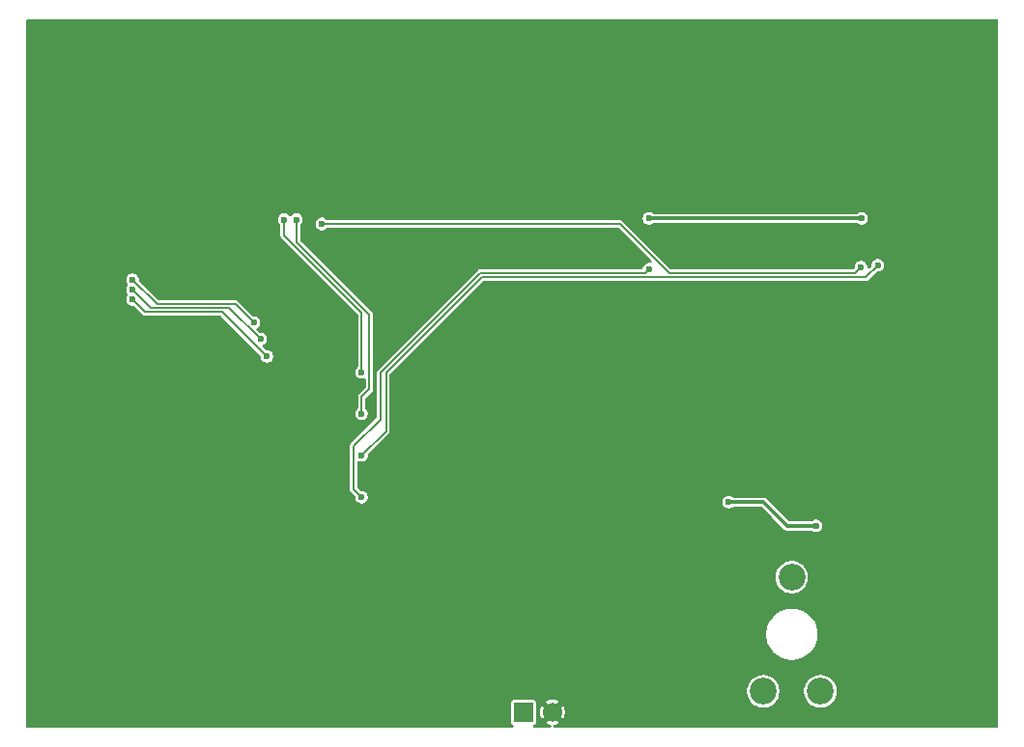
<source format=gbl>
%TF.GenerationSoftware,KiCad,Pcbnew,9.0.1*%
%TF.CreationDate,2025-05-02T17:21:36+07:00*%
%TF.ProjectId,LCD-50-bias-supply,4c43442d-3530-42d6-9269-61732d737570,rev?*%
%TF.SameCoordinates,Original*%
%TF.FileFunction,Copper,L2,Bot*%
%TF.FilePolarity,Positive*%
%FSLAX45Y45*%
G04 Gerber Fmt 4.5, Leading zero omitted, Abs format (unit mm)*
G04 Created by KiCad (PCBNEW 9.0.1) date 2025-05-02 17:21:36*
%MOMM*%
%LPD*%
G01*
G04 APERTURE LIST*
%TA.AperFunction,ComponentPad*%
%ADD10C,2.340000*%
%TD*%
%TA.AperFunction,ComponentPad*%
%ADD11R,1.700000X1.700000*%
%TD*%
%TA.AperFunction,ComponentPad*%
%ADD12C,1.700000*%
%TD*%
%TA.AperFunction,ViaPad*%
%ADD13C,0.600000*%
%TD*%
%TA.AperFunction,Conductor*%
%ADD14C,0.300000*%
%TD*%
%TA.AperFunction,Conductor*%
%ADD15C,0.150000*%
%TD*%
G04 APERTURE END LIST*
D10*
%TO.P,RV1,1,1*%
%TO.N,Net-(R8-Pad1)*%
X17009460Y-12166220D03*
%TO.P,RV1,2,2*%
%TO.N,Net-(U2-+)*%
X16759460Y-11166220D03*
%TO.P,RV1,3,3*%
%TO.N,Net-(R7-Pad1)*%
X16509460Y-12166220D03*
%TD*%
D11*
%TO.P,J4,1,Pin_1*%
%TO.N,VIN*%
X14406920Y-12352020D03*
D12*
%TO.P,J4,2,Pin_2*%
%TO.N,GND*%
X14660920Y-12352020D03*
%TD*%
D13*
%TO.N,GND*%
X18036540Y-7894320D03*
X10271760Y-6715760D03*
X18041620Y-11120120D03*
X14645640Y-11986260D03*
X11275060Y-6642100D03*
X17541240Y-8089900D03*
X16210280Y-11640820D03*
X15676880Y-10932160D03*
X16352520Y-10314940D03*
X15819120Y-12410440D03*
X13710920Y-12080240D03*
X11595100Y-12397740D03*
X11887200Y-11871960D03*
X12486640Y-11874500D03*
X12760960Y-9504680D03*
X16921480Y-8083780D03*
X14175740Y-10088880D03*
X18328640Y-12278360D03*
X16888460Y-9951720D03*
X12793980Y-9075420D03*
X14909800Y-11384280D03*
X12735560Y-7894320D03*
X12951460Y-12151360D03*
X12390120Y-10944860D03*
X15361920Y-11965940D03*
X12489180Y-11597640D03*
X10845800Y-11549380D03*
X12787385Y-8433209D03*
X13710920Y-11864340D03*
X13266420Y-8239760D03*
X16433800Y-7874000D03*
X17752060Y-10370820D03*
X14310360Y-11379200D03*
X12222480Y-11490960D03*
X16489680Y-9641840D03*
X12131967Y-8492043D03*
X14495780Y-11554460D03*
X17091660Y-11206480D03*
X11308080Y-11153140D03*
X15156180Y-10711180D03*
X13182600Y-9075420D03*
X12357100Y-8458200D03*
X17835880Y-8369300D03*
X17002760Y-9337040D03*
X11287760Y-11874500D03*
X15361920Y-11798300D03*
X10988040Y-11877040D03*
X17472660Y-9415780D03*
X14716760Y-11564620D03*
X15577820Y-12280900D03*
X12435840Y-9273540D03*
X18450560Y-9525000D03*
X14838680Y-12349480D03*
X10723880Y-11877040D03*
X12760960Y-9870440D03*
X15587980Y-11465560D03*
X11287760Y-8409940D03*
X15415260Y-8003540D03*
X13403580Y-11330940D03*
X10365740Y-12148820D03*
X12976860Y-11287760D03*
X14950440Y-11798300D03*
X10822940Y-8704580D03*
X10657840Y-8953500D03*
X13309600Y-12202160D03*
X14142720Y-6728460D03*
X10670540Y-8061960D03*
X12760960Y-10238740D03*
X16385540Y-11188700D03*
X11310620Y-9133840D03*
X17533620Y-7868920D03*
X10662920Y-8450580D03*
X15003780Y-7642860D03*
X16751300Y-12151360D03*
X15217140Y-12418060D03*
X10853420Y-10149840D03*
X12758420Y-10604500D03*
X10279380Y-8686800D03*
X14521180Y-11762740D03*
X13749020Y-12268200D03*
X17767300Y-9949180D03*
X10248900Y-11424920D03*
X14790420Y-7889240D03*
X17094200Y-8100060D03*
%TO.N,VCOM*%
X15506700Y-8018780D03*
X17371060Y-8018780D03*
%TO.N,/L_R_SEL*%
X12989560Y-9367520D03*
X12311380Y-8028940D03*
%TO.N,/RESET*%
X12641580Y-8067040D03*
X17365980Y-8445500D03*
%TO.N,/U_D_SEL*%
X12989560Y-9730740D03*
X12418060Y-8028940D03*
%TO.N,/DE*%
X10979680Y-8727533D03*
X12159680Y-9230360D03*
%TO.N,/DITHB*%
X17512711Y-8429187D03*
X12989560Y-10096500D03*
%TO.N,/MODE*%
X12989560Y-10464800D03*
X15509240Y-8463280D03*
%TO.N,/HSYNC*%
X12044680Y-8933180D03*
X10979680Y-8554720D03*
%TO.N,/VSYNC*%
X12102180Y-9077881D03*
X10979680Y-8644529D03*
%TO.N,Net-(JP1-B)*%
X16972280Y-10716260D03*
X16207740Y-10507980D03*
%TD*%
D14*
%TO.N,VCOM*%
X17371060Y-8018780D02*
X15506700Y-8018780D01*
D15*
%TO.N,/L_R_SEL*%
X12311380Y-8028940D02*
X12311380Y-8168640D01*
X12989560Y-8846820D02*
X12989560Y-9367520D01*
X12311380Y-8168640D02*
X12989560Y-8846820D01*
%TO.N,/RESET*%
X15687500Y-8499300D02*
X15255240Y-8067040D01*
X17365980Y-8445500D02*
X17312180Y-8499300D01*
X15255240Y-8067040D02*
X12641580Y-8067040D01*
X17312180Y-8499300D02*
X15687500Y-8499300D01*
%TO.N,/U_D_SEL*%
X12418060Y-8225681D02*
X13058140Y-8865761D01*
X12418060Y-8028940D02*
X12418060Y-8225681D01*
X13058140Y-8865761D02*
X13058140Y-9517380D01*
X12989560Y-9585960D02*
X12989560Y-9730740D01*
X13058140Y-9517380D02*
X12989560Y-9585960D01*
%TO.N,/DE*%
X11770140Y-8840820D02*
X12159680Y-9230360D01*
X10979680Y-8727533D02*
X11092967Y-8840820D01*
X11092967Y-8840820D02*
X11770140Y-8840820D01*
%TO.N,/DITHB*%
X13202920Y-9372600D02*
X13202920Y-9883140D01*
X17512711Y-8429187D02*
X17407497Y-8534400D01*
X17407497Y-8534400D02*
X14041120Y-8534400D01*
X13202920Y-9883140D02*
X12989560Y-10096500D01*
X14041120Y-8534400D02*
X13202920Y-9372600D01*
%TO.N,/MODE*%
X14026581Y-8499300D02*
X13152120Y-9373761D01*
X13152120Y-9373761D02*
X13152120Y-9781540D01*
X15473220Y-8499300D02*
X14026581Y-8499300D01*
X12920980Y-10012680D02*
X12920980Y-10396220D01*
X15509240Y-8463280D02*
X15473220Y-8499300D01*
X12920980Y-10396220D02*
X12989560Y-10464800D01*
X13152120Y-9781540D02*
X12920980Y-10012680D01*
%TO.N,/HSYNC*%
X11882120Y-8770620D02*
X12044680Y-8933180D01*
X10979680Y-8554720D02*
X11195580Y-8770620D01*
X11195580Y-8770620D02*
X11882120Y-8770620D01*
%TO.N,/VSYNC*%
X11830019Y-8805720D02*
X12102180Y-9077881D01*
X10979680Y-8644529D02*
X11140871Y-8805720D01*
X11140871Y-8805720D02*
X11830019Y-8805720D01*
D14*
%TO.N,Net-(JP1-B)*%
X16616680Y-10612120D02*
X16720820Y-10716260D01*
X16207740Y-10507980D02*
X16512540Y-10507980D01*
X16720820Y-10716260D02*
X16972280Y-10716260D01*
X16512540Y-10507980D02*
X16616680Y-10612120D01*
%TD*%
%TA.AperFunction,Conductor*%
%TO.N,GND*%
G36*
X18563494Y-6275018D02*
G01*
X18568069Y-6280299D01*
X18569190Y-6285450D01*
X18569190Y-12472450D01*
X18567222Y-12479154D01*
X18561941Y-12483729D01*
X18556790Y-12484850D01*
X14682991Y-12484850D01*
X14676287Y-12482881D01*
X14671711Y-12477601D01*
X14670717Y-12470685D01*
X14673620Y-12464330D01*
X14679497Y-12460552D01*
X14681051Y-12460203D01*
X14686678Y-12459311D01*
X14703146Y-12453961D01*
X14718572Y-12446100D01*
X14719194Y-12445649D01*
X14719194Y-12445649D01*
X14673861Y-12400316D01*
X14680219Y-12398612D01*
X14691621Y-12392030D01*
X14700930Y-12382721D01*
X14707512Y-12371319D01*
X14709216Y-12364961D01*
X14754549Y-12410294D01*
X14755000Y-12409672D01*
X14762861Y-12394246D01*
X14768211Y-12377778D01*
X14770920Y-12360677D01*
X14770920Y-12343363D01*
X14768211Y-12326261D01*
X14762861Y-12309794D01*
X14755000Y-12294367D01*
X14754549Y-12293746D01*
X14754549Y-12293746D01*
X14709216Y-12339079D01*
X14707512Y-12332721D01*
X14700930Y-12321319D01*
X14691621Y-12312010D01*
X14680219Y-12305427D01*
X14673861Y-12303724D01*
X14719194Y-12258391D01*
X14718572Y-12257940D01*
X14703146Y-12250079D01*
X14686678Y-12244728D01*
X14669577Y-12242020D01*
X14652263Y-12242020D01*
X14635161Y-12244728D01*
X14618694Y-12250079D01*
X14603268Y-12257939D01*
X14603266Y-12257940D01*
X14602646Y-12258391D01*
X14602646Y-12258391D01*
X14647979Y-12303724D01*
X14641621Y-12305427D01*
X14630219Y-12312010D01*
X14620910Y-12321319D01*
X14614327Y-12332721D01*
X14612624Y-12339079D01*
X14567291Y-12293746D01*
X14567291Y-12293746D01*
X14566840Y-12294366D01*
X14566839Y-12294368D01*
X14558979Y-12309794D01*
X14553628Y-12326261D01*
X14550920Y-12343363D01*
X14550920Y-12360677D01*
X14553628Y-12377778D01*
X14558979Y-12394246D01*
X14566840Y-12409672D01*
X14567291Y-12410294D01*
X14567291Y-12410294D01*
X14612624Y-12364961D01*
X14614327Y-12371319D01*
X14620910Y-12382721D01*
X14630219Y-12392030D01*
X14641621Y-12398612D01*
X14647979Y-12400316D01*
X14602646Y-12445649D01*
X14602646Y-12445649D01*
X14603267Y-12446100D01*
X14618694Y-12453961D01*
X14635161Y-12459311D01*
X14640789Y-12460203D01*
X14647102Y-12463196D01*
X14650795Y-12469127D01*
X14650696Y-12476113D01*
X14646835Y-12481936D01*
X14640438Y-12484748D01*
X14638849Y-12484850D01*
X14505528Y-12484850D01*
X14498825Y-12482881D01*
X14494249Y-12477601D01*
X14493255Y-12470685D01*
X14496157Y-12464330D01*
X14500783Y-12460994D01*
X14501694Y-12460617D01*
X14501694Y-12460617D01*
X14509980Y-12455080D01*
X14515517Y-12446794D01*
X14516970Y-12439487D01*
X14516970Y-12264553D01*
X14516970Y-12264552D01*
X14515517Y-12257246D01*
X14515517Y-12257246D01*
X14509980Y-12248960D01*
X14501694Y-12243423D01*
X14501694Y-12243423D01*
X14501693Y-12243423D01*
X14494388Y-12241970D01*
X14494387Y-12241970D01*
X14319453Y-12241970D01*
X14319452Y-12241970D01*
X14312146Y-12243423D01*
X14312146Y-12243423D01*
X14303860Y-12248960D01*
X14298323Y-12257246D01*
X14298323Y-12257246D01*
X14296870Y-12264552D01*
X14296870Y-12439488D01*
X14298323Y-12446793D01*
X14298323Y-12446794D01*
X14298323Y-12446794D01*
X14303860Y-12455080D01*
X14312050Y-12460552D01*
X14312146Y-12460617D01*
X14313057Y-12460994D01*
X14318497Y-12465378D01*
X14320704Y-12472007D01*
X14318976Y-12478777D01*
X14313862Y-12483538D01*
X14308311Y-12484850D01*
X10060930Y-12484850D01*
X10054226Y-12482881D01*
X10049651Y-12477601D01*
X10048530Y-12472450D01*
X10048530Y-12155040D01*
X16367410Y-12155040D01*
X16367410Y-12177399D01*
X16370908Y-12199483D01*
X16377817Y-12220748D01*
X16377817Y-12220748D01*
X16387968Y-12240670D01*
X16401110Y-12258759D01*
X16416921Y-12274570D01*
X16435010Y-12287712D01*
X16444781Y-12292691D01*
X16454932Y-12297863D01*
X16454932Y-12297863D01*
X16465564Y-12301317D01*
X16476197Y-12304772D01*
X16498280Y-12308270D01*
X16498280Y-12308270D01*
X16520639Y-12308270D01*
X16520640Y-12308270D01*
X16542723Y-12304772D01*
X16563988Y-12297863D01*
X16583910Y-12287712D01*
X16601999Y-12274570D01*
X16617810Y-12258759D01*
X16630952Y-12240670D01*
X16641103Y-12220748D01*
X16648012Y-12199483D01*
X16651510Y-12177400D01*
X16651510Y-12155040D01*
X16867410Y-12155040D01*
X16867410Y-12177399D01*
X16870908Y-12199483D01*
X16877817Y-12220748D01*
X16877817Y-12220748D01*
X16887968Y-12240670D01*
X16901110Y-12258759D01*
X16916921Y-12274570D01*
X16935010Y-12287712D01*
X16944781Y-12292691D01*
X16954932Y-12297863D01*
X16954932Y-12297863D01*
X16965564Y-12301317D01*
X16976197Y-12304772D01*
X16998280Y-12308270D01*
X16998281Y-12308270D01*
X17020640Y-12308270D01*
X17020640Y-12308270D01*
X17042723Y-12304772D01*
X17063988Y-12297863D01*
X17083910Y-12287712D01*
X17101999Y-12274570D01*
X17117810Y-12258759D01*
X17130952Y-12240670D01*
X17141103Y-12220748D01*
X17148012Y-12199483D01*
X17151510Y-12177400D01*
X17151510Y-12155040D01*
X17148012Y-12132957D01*
X17141103Y-12111692D01*
X17141103Y-12111692D01*
X17130952Y-12091769D01*
X17117810Y-12073681D01*
X17101999Y-12057870D01*
X17083910Y-12044728D01*
X17063988Y-12034577D01*
X17063988Y-12034577D01*
X17042724Y-12027668D01*
X17031682Y-12025919D01*
X17020640Y-12024170D01*
X16998280Y-12024170D01*
X16990919Y-12025336D01*
X16976196Y-12027668D01*
X16954932Y-12034577D01*
X16954932Y-12034577D01*
X16935010Y-12044728D01*
X16924689Y-12052226D01*
X16916921Y-12057870D01*
X16916921Y-12057871D01*
X16916920Y-12057871D01*
X16901111Y-12073680D01*
X16901111Y-12073680D01*
X16901110Y-12073681D01*
X16895466Y-12081449D01*
X16887968Y-12091769D01*
X16877817Y-12111692D01*
X16877817Y-12111692D01*
X16870908Y-12132956D01*
X16867410Y-12155040D01*
X16651510Y-12155040D01*
X16648012Y-12132957D01*
X16641103Y-12111692D01*
X16641103Y-12111692D01*
X16630952Y-12091769D01*
X16617810Y-12073681D01*
X16601999Y-12057870D01*
X16583910Y-12044728D01*
X16563988Y-12034577D01*
X16563988Y-12034577D01*
X16542723Y-12027668D01*
X16531681Y-12025919D01*
X16520640Y-12024170D01*
X16498280Y-12024170D01*
X16490919Y-12025336D01*
X16476196Y-12027668D01*
X16454932Y-12034577D01*
X16454932Y-12034577D01*
X16435009Y-12044728D01*
X16424689Y-12052226D01*
X16416921Y-12057870D01*
X16416920Y-12057871D01*
X16416920Y-12057871D01*
X16401111Y-12073680D01*
X16401111Y-12073680D01*
X16401110Y-12073681D01*
X16395466Y-12081449D01*
X16387968Y-12091769D01*
X16377817Y-12111692D01*
X16377817Y-12111692D01*
X16370908Y-12132956D01*
X16367410Y-12155040D01*
X10048530Y-12155040D01*
X10048530Y-11651469D01*
X16534410Y-11651469D01*
X16534410Y-11680971D01*
X16537617Y-11705331D01*
X16538261Y-11710219D01*
X16538261Y-11710219D01*
X16545896Y-11738715D01*
X16545896Y-11738716D01*
X16557185Y-11765970D01*
X16557186Y-11765971D01*
X16571936Y-11791519D01*
X16589895Y-11814924D01*
X16589896Y-11814925D01*
X16610755Y-11835784D01*
X16610756Y-11835785D01*
X16634161Y-11853744D01*
X16659709Y-11868494D01*
X16659709Y-11868494D01*
X16659709Y-11868494D01*
X16686965Y-11879784D01*
X16715461Y-11887419D01*
X16744709Y-11891270D01*
X16744710Y-11891270D01*
X16774210Y-11891270D01*
X16774211Y-11891270D01*
X16803459Y-11887419D01*
X16831955Y-11879784D01*
X16859211Y-11868494D01*
X16884759Y-11853744D01*
X16908164Y-11835785D01*
X16929025Y-11814924D01*
X16946984Y-11791519D01*
X16961734Y-11765971D01*
X16973024Y-11738715D01*
X16980659Y-11710219D01*
X16984510Y-11680971D01*
X16984510Y-11651469D01*
X16980659Y-11622221D01*
X16973024Y-11593725D01*
X16961734Y-11566469D01*
X16946984Y-11540921D01*
X16929025Y-11517516D01*
X16929024Y-11517515D01*
X16908165Y-11496656D01*
X16908164Y-11496655D01*
X16884759Y-11478696D01*
X16859211Y-11463946D01*
X16859210Y-11463945D01*
X16831956Y-11452656D01*
X16831955Y-11452656D01*
X16831955Y-11452656D01*
X16803459Y-11445021D01*
X16798571Y-11444377D01*
X16774211Y-11441170D01*
X16774211Y-11441170D01*
X16744709Y-11441170D01*
X16744709Y-11441170D01*
X16716868Y-11444835D01*
X16715461Y-11445021D01*
X16686965Y-11452656D01*
X16686964Y-11452656D01*
X16659710Y-11463945D01*
X16659709Y-11463946D01*
X16634161Y-11478696D01*
X16610756Y-11496655D01*
X16610755Y-11496656D01*
X16589896Y-11517515D01*
X16589895Y-11517516D01*
X16571936Y-11540921D01*
X16557186Y-11566469D01*
X16557185Y-11566470D01*
X16545896Y-11593724D01*
X16545896Y-11593725D01*
X16538261Y-11622220D01*
X16538261Y-11622221D01*
X16534410Y-11651469D01*
X10048530Y-11651469D01*
X10048530Y-11155040D01*
X16617410Y-11155040D01*
X16617410Y-11177400D01*
X16620908Y-11199483D01*
X16627817Y-11220748D01*
X16627817Y-11220748D01*
X16637968Y-11240670D01*
X16651110Y-11258759D01*
X16666921Y-11274570D01*
X16685010Y-11287712D01*
X16694781Y-11292691D01*
X16704932Y-11297863D01*
X16704932Y-11297863D01*
X16715564Y-11301317D01*
X16726197Y-11304772D01*
X16748280Y-11308270D01*
X16748280Y-11308270D01*
X16770639Y-11308270D01*
X16770640Y-11308270D01*
X16792723Y-11304772D01*
X16813988Y-11297863D01*
X16833910Y-11287712D01*
X16851999Y-11274570D01*
X16867810Y-11258759D01*
X16880952Y-11240670D01*
X16891103Y-11220748D01*
X16898012Y-11199483D01*
X16901510Y-11177400D01*
X16901510Y-11155040D01*
X16898012Y-11132957D01*
X16891103Y-11111692D01*
X16891103Y-11111692D01*
X16880952Y-11091770D01*
X16867810Y-11073681D01*
X16851999Y-11057870D01*
X16833910Y-11044728D01*
X16813988Y-11034577D01*
X16813988Y-11034577D01*
X16792724Y-11027668D01*
X16781682Y-11025919D01*
X16770640Y-11024170D01*
X16748280Y-11024170D01*
X16740919Y-11025336D01*
X16726196Y-11027668D01*
X16704932Y-11034577D01*
X16704932Y-11034577D01*
X16685009Y-11044728D01*
X16674689Y-11052226D01*
X16666921Y-11057870D01*
X16666920Y-11057871D01*
X16666920Y-11057871D01*
X16651111Y-11073680D01*
X16651111Y-11073681D01*
X16651110Y-11073681D01*
X16645466Y-11081449D01*
X16637968Y-11091770D01*
X16627817Y-11111692D01*
X16627817Y-11111692D01*
X16620908Y-11132956D01*
X16617410Y-11155040D01*
X10048530Y-11155040D01*
X10048530Y-8547473D01*
X10924630Y-8547473D01*
X10924630Y-8561968D01*
X10928382Y-8575969D01*
X10928382Y-8575969D01*
X10935629Y-8588521D01*
X10935629Y-8588522D01*
X10937964Y-8590856D01*
X10941312Y-8596989D01*
X10940814Y-8603958D01*
X10937964Y-8608392D01*
X10935629Y-8610728D01*
X10928382Y-8623280D01*
X10928382Y-8623280D01*
X10924630Y-8637281D01*
X10924630Y-8651776D01*
X10928382Y-8665777D01*
X10928382Y-8665778D01*
X10934365Y-8676140D01*
X10935629Y-8678330D01*
X10935629Y-8678330D01*
X10935746Y-8678482D01*
X10935805Y-8678634D01*
X10936036Y-8679034D01*
X10935973Y-8679070D01*
X10938265Y-8684999D01*
X10936861Y-8691844D01*
X10935747Y-8693578D01*
X10935630Y-8693731D01*
X10935629Y-8693731D01*
X10935629Y-8693732D01*
X10928382Y-8706285D01*
X10924630Y-8720286D01*
X10924630Y-8734781D01*
X10927254Y-8744574D01*
X10928382Y-8748782D01*
X10935629Y-8761334D01*
X10935629Y-8761334D01*
X10935629Y-8761335D01*
X10945879Y-8771584D01*
X10945879Y-8771584D01*
X10945879Y-8771584D01*
X10958431Y-8778831D01*
X10958431Y-8778831D01*
X10958432Y-8778831D01*
X10972433Y-8782583D01*
X10972433Y-8782583D01*
X10983561Y-8782583D01*
X10990265Y-8784552D01*
X10992329Y-8786215D01*
X11072981Y-8866867D01*
X11080403Y-8871152D01*
X11088682Y-8873370D01*
X11751521Y-8873370D01*
X11758225Y-8875339D01*
X11760289Y-8877002D01*
X12100998Y-9217711D01*
X12104347Y-9223843D01*
X12104630Y-9226479D01*
X12104630Y-9237608D01*
X12108382Y-9251609D01*
X12108382Y-9251609D01*
X12115629Y-9264161D01*
X12115629Y-9264161D01*
X12115629Y-9264162D01*
X12125878Y-9274411D01*
X12125879Y-9274411D01*
X12125879Y-9274411D01*
X12138431Y-9281658D01*
X12138431Y-9281658D01*
X12138431Y-9281658D01*
X12152432Y-9285410D01*
X12152433Y-9285410D01*
X12166927Y-9285410D01*
X12166927Y-9285410D01*
X12180928Y-9281658D01*
X12193481Y-9274411D01*
X12203731Y-9264162D01*
X12210978Y-9251609D01*
X12214730Y-9237608D01*
X12214730Y-9223113D01*
X12210978Y-9209112D01*
X12203731Y-9196559D01*
X12193481Y-9186309D01*
X12193481Y-9186309D01*
X12193481Y-9186309D01*
X12180929Y-9179062D01*
X12180929Y-9179062D01*
X12179781Y-9178754D01*
X12166927Y-9175310D01*
X12155799Y-9175310D01*
X12149095Y-9173342D01*
X12147031Y-9171678D01*
X12122876Y-9147523D01*
X12119527Y-9141391D01*
X12120025Y-9134422D01*
X12124213Y-9128828D01*
X12125444Y-9128016D01*
X12135981Y-9121932D01*
X12146231Y-9111683D01*
X12153478Y-9099130D01*
X12157230Y-9085129D01*
X12157230Y-9070634D01*
X12153478Y-9056633D01*
X12146231Y-9044080D01*
X12135981Y-9033830D01*
X12135981Y-9033830D01*
X12135981Y-9033830D01*
X12123429Y-9026583D01*
X12123429Y-9026583D01*
X12122281Y-9026275D01*
X12109427Y-9022831D01*
X12098299Y-9022831D01*
X12091595Y-9020863D01*
X12089531Y-9019199D01*
X12070306Y-8999975D01*
X12066958Y-8993843D01*
X12067456Y-8986873D01*
X12071643Y-8981280D01*
X12072873Y-8980469D01*
X12078481Y-8977231D01*
X12088731Y-8966982D01*
X12095978Y-8954429D01*
X12099730Y-8940428D01*
X12099730Y-8925933D01*
X12095978Y-8911932D01*
X12088731Y-8899379D01*
X12078481Y-8889129D01*
X12078481Y-8889129D01*
X12078481Y-8889129D01*
X12065929Y-8881882D01*
X12065929Y-8881882D01*
X12064781Y-8881574D01*
X12051927Y-8878130D01*
X12040799Y-8878130D01*
X12034095Y-8876162D01*
X12032031Y-8874498D01*
X11902106Y-8744574D01*
X11902106Y-8744574D01*
X11902106Y-8744574D01*
X11898395Y-8742431D01*
X11894684Y-8740288D01*
X11890545Y-8739179D01*
X11886405Y-8738070D01*
X11886405Y-8738070D01*
X11214199Y-8738070D01*
X11207495Y-8736102D01*
X11205431Y-8734438D01*
X11038362Y-8567369D01*
X11035013Y-8561237D01*
X11034730Y-8558601D01*
X11034730Y-8547473D01*
X11034730Y-8547473D01*
X11030978Y-8533472D01*
X11023731Y-8520919D01*
X11013482Y-8510669D01*
X11013481Y-8510669D01*
X11013481Y-8510669D01*
X11000929Y-8503422D01*
X11000929Y-8503422D01*
X10999781Y-8503114D01*
X10986928Y-8499670D01*
X10972433Y-8499670D01*
X10959579Y-8503114D01*
X10958431Y-8503422D01*
X10945879Y-8510669D01*
X10945878Y-8510669D01*
X10935629Y-8520918D01*
X10935629Y-8520919D01*
X10928382Y-8533471D01*
X10928382Y-8533472D01*
X10924630Y-8547473D01*
X10048530Y-8547473D01*
X10048530Y-8021692D01*
X12256330Y-8021692D01*
X12256330Y-8036187D01*
X12260082Y-8050188D01*
X12260082Y-8050189D01*
X12267329Y-8062741D01*
X12267329Y-8062741D01*
X12267329Y-8062741D01*
X12267329Y-8062742D01*
X12275198Y-8070610D01*
X12278547Y-8076743D01*
X12278830Y-8079379D01*
X12278830Y-8164355D01*
X12278830Y-8172925D01*
X12279374Y-8174955D01*
X12281048Y-8181204D01*
X12283191Y-8184915D01*
X12285333Y-8188626D01*
X12285334Y-8188626D01*
X12285334Y-8188626D01*
X12953378Y-8856671D01*
X12956727Y-8862803D01*
X12957010Y-8865439D01*
X12957010Y-9317081D01*
X12955041Y-9323785D01*
X12953378Y-9325849D01*
X12945509Y-9333719D01*
X12938262Y-9346271D01*
X12938262Y-9346272D01*
X12934510Y-9360273D01*
X12934510Y-9374768D01*
X12938262Y-9388769D01*
X12938262Y-9388769D01*
X12945509Y-9401321D01*
X12945509Y-9401321D01*
X12945509Y-9401322D01*
X12955758Y-9411571D01*
X12955759Y-9411571D01*
X12955759Y-9411571D01*
X12968311Y-9418818D01*
X12968311Y-9418818D01*
X12968311Y-9418818D01*
X12982312Y-9422570D01*
X12982313Y-9422570D01*
X12996807Y-9422570D01*
X12996807Y-9422570D01*
X13009981Y-9419040D01*
X13016965Y-9419206D01*
X13022752Y-9423123D01*
X13025502Y-9429545D01*
X13025590Y-9431018D01*
X13025590Y-9498761D01*
X13023621Y-9505465D01*
X13021958Y-9507529D01*
X12963514Y-9565974D01*
X12963513Y-9565974D01*
X12959228Y-9573396D01*
X12959228Y-9573396D01*
X12957010Y-9581675D01*
X12957010Y-9680301D01*
X12955041Y-9687005D01*
X12953378Y-9689069D01*
X12945509Y-9696939D01*
X12938262Y-9709491D01*
X12938262Y-9709492D01*
X12934510Y-9723493D01*
X12934510Y-9737988D01*
X12938262Y-9751989D01*
X12938262Y-9751989D01*
X12945509Y-9764541D01*
X12945509Y-9764541D01*
X12945509Y-9764542D01*
X12955758Y-9774791D01*
X12955759Y-9774791D01*
X12955759Y-9774791D01*
X12968311Y-9782038D01*
X12968311Y-9782038D01*
X12968311Y-9782038D01*
X12982312Y-9785790D01*
X12982313Y-9785790D01*
X12996807Y-9785790D01*
X12996807Y-9785790D01*
X13010808Y-9782038D01*
X13023361Y-9774791D01*
X13033611Y-9764542D01*
X13040858Y-9751989D01*
X13044610Y-9737988D01*
X13044610Y-9723493D01*
X13040858Y-9709492D01*
X13033611Y-9696939D01*
X13025742Y-9689069D01*
X13022393Y-9682937D01*
X13022110Y-9680301D01*
X13022110Y-9604579D01*
X13024078Y-9597875D01*
X13025741Y-9595811D01*
X13077105Y-9544447D01*
X13077106Y-9544447D01*
X13078126Y-9543427D01*
X13078126Y-9543427D01*
X13084186Y-9537366D01*
X13088472Y-9529944D01*
X13090690Y-9521665D01*
X13090690Y-9513095D01*
X13090690Y-9512335D01*
X13090690Y-9512333D01*
X13090690Y-8861476D01*
X13090690Y-8861476D01*
X13088522Y-8853384D01*
X13088522Y-8853384D01*
X13088472Y-8853197D01*
X13084186Y-8845775D01*
X12454242Y-8215830D01*
X12450893Y-8209698D01*
X12450610Y-8207062D01*
X12450610Y-8079379D01*
X12452578Y-8072675D01*
X12454242Y-8070610D01*
X12454774Y-8070078D01*
X12462111Y-8062741D01*
X12463813Y-8059792D01*
X12586530Y-8059792D01*
X12586530Y-8074287D01*
X12587894Y-8079379D01*
X12590282Y-8088289D01*
X12597529Y-8100841D01*
X12597529Y-8100841D01*
X12597529Y-8100841D01*
X12607778Y-8111091D01*
X12607779Y-8111091D01*
X12607779Y-8111091D01*
X12620331Y-8118338D01*
X12620331Y-8118338D01*
X12620331Y-8118338D01*
X12634332Y-8122090D01*
X12634333Y-8122090D01*
X12648827Y-8122090D01*
X12648827Y-8122090D01*
X12662828Y-8118338D01*
X12675381Y-8111091D01*
X12683251Y-8103222D01*
X12689383Y-8099873D01*
X12692019Y-8099590D01*
X15236621Y-8099590D01*
X15243325Y-8101558D01*
X15245389Y-8103222D01*
X15530086Y-8387919D01*
X15533435Y-8394051D01*
X15532936Y-8401020D01*
X15528749Y-8406614D01*
X15522203Y-8409055D01*
X15518109Y-8408665D01*
X15517624Y-8408535D01*
X15516487Y-8408230D01*
X15501992Y-8408230D01*
X15489139Y-8411674D01*
X15487991Y-8411982D01*
X15475439Y-8419229D01*
X15475438Y-8419229D01*
X15465189Y-8429478D01*
X15465189Y-8429479D01*
X15457942Y-8442031D01*
X15457942Y-8442032D01*
X15454190Y-8456033D01*
X15454190Y-8456033D01*
X15453980Y-8456818D01*
X15453839Y-8456780D01*
X15451371Y-8462359D01*
X15445539Y-8466206D01*
X15441904Y-8466750D01*
X14022296Y-8466750D01*
X14014017Y-8468968D01*
X14006595Y-8473254D01*
X14006595Y-8473254D01*
X13126074Y-9353775D01*
X13126073Y-9353775D01*
X13121788Y-9361197D01*
X13121394Y-9362669D01*
X13119570Y-9369476D01*
X13119570Y-9762921D01*
X13117601Y-9769625D01*
X13115938Y-9771689D01*
X12894934Y-9992694D01*
X12894933Y-9992694D01*
X12890648Y-10000116D01*
X12890648Y-10000116D01*
X12888430Y-10008395D01*
X12888430Y-10400505D01*
X12890648Y-10408784D01*
X12891422Y-10410124D01*
X12894933Y-10416206D01*
X12894934Y-10416206D01*
X12894934Y-10416206D01*
X12930878Y-10452151D01*
X12934227Y-10458283D01*
X12934510Y-10460919D01*
X12934510Y-10472048D01*
X12938262Y-10486049D01*
X12938262Y-10486049D01*
X12945509Y-10498601D01*
X12945509Y-10498601D01*
X12945509Y-10498602D01*
X12955758Y-10508851D01*
X12955759Y-10508851D01*
X12955759Y-10508851D01*
X12968311Y-10516098D01*
X12968311Y-10516098D01*
X12968311Y-10516098D01*
X12982312Y-10519850D01*
X12982313Y-10519850D01*
X12996807Y-10519850D01*
X12996807Y-10519850D01*
X13010808Y-10516098D01*
X13023361Y-10508851D01*
X13031480Y-10500733D01*
X16152690Y-10500733D01*
X16152690Y-10515228D01*
X16156442Y-10529229D01*
X16156442Y-10529229D01*
X16163689Y-10541781D01*
X16163689Y-10541781D01*
X16163689Y-10541782D01*
X16173938Y-10552031D01*
X16173939Y-10552031D01*
X16173939Y-10552031D01*
X16186491Y-10559278D01*
X16186491Y-10559278D01*
X16186491Y-10559278D01*
X16200492Y-10563030D01*
X16200493Y-10563030D01*
X16214987Y-10563030D01*
X16214987Y-10563030D01*
X16228988Y-10559278D01*
X16241541Y-10552031D01*
X16241910Y-10551662D01*
X16248043Y-10548313D01*
X16250679Y-10548030D01*
X16490814Y-10548030D01*
X16497518Y-10549999D01*
X16499583Y-10551662D01*
X16584632Y-10636711D01*
X16696229Y-10748308D01*
X16705361Y-10753581D01*
X16715547Y-10756310D01*
X16929341Y-10756310D01*
X16936045Y-10758279D01*
X16938110Y-10759942D01*
X16938479Y-10760311D01*
X16938479Y-10760311D01*
X16938479Y-10760311D01*
X16951031Y-10767558D01*
X16951031Y-10767558D01*
X16951032Y-10767558D01*
X16965033Y-10771310D01*
X16965033Y-10771310D01*
X16979527Y-10771310D01*
X16979528Y-10771310D01*
X16993529Y-10767558D01*
X17006082Y-10760311D01*
X17016331Y-10750062D01*
X17023578Y-10737509D01*
X17027330Y-10723508D01*
X17027330Y-10709013D01*
X17023578Y-10695012D01*
X17016331Y-10682459D01*
X17006082Y-10672209D01*
X17006081Y-10672209D01*
X17006081Y-10672209D01*
X16993529Y-10664962D01*
X16993529Y-10664962D01*
X16992381Y-10664654D01*
X16979528Y-10661210D01*
X16965033Y-10661210D01*
X16952179Y-10664654D01*
X16951031Y-10664962D01*
X16938479Y-10672209D01*
X16938478Y-10672209D01*
X16938110Y-10672578D01*
X16931977Y-10675927D01*
X16929341Y-10676210D01*
X16742545Y-10676210D01*
X16735842Y-10674242D01*
X16733777Y-10672578D01*
X16537131Y-10475932D01*
X16537131Y-10475932D01*
X16532565Y-10473296D01*
X16527999Y-10470659D01*
X16522906Y-10469295D01*
X16517813Y-10467930D01*
X16517813Y-10467930D01*
X16250679Y-10467930D01*
X16243975Y-10465962D01*
X16241910Y-10464298D01*
X16241542Y-10463929D01*
X16241541Y-10463929D01*
X16228989Y-10456682D01*
X16228989Y-10456682D01*
X16227029Y-10456157D01*
X16214987Y-10452930D01*
X16200492Y-10452930D01*
X16188451Y-10456157D01*
X16186491Y-10456682D01*
X16173939Y-10463929D01*
X16173938Y-10463929D01*
X16163689Y-10474178D01*
X16163689Y-10474179D01*
X16156442Y-10486731D01*
X16156442Y-10486732D01*
X16152690Y-10500733D01*
X13031480Y-10500733D01*
X13033611Y-10498602D01*
X13040858Y-10486049D01*
X13044610Y-10472048D01*
X13044610Y-10457553D01*
X13040858Y-10443552D01*
X13033611Y-10430999D01*
X13023361Y-10420749D01*
X13023361Y-10420749D01*
X13023361Y-10420749D01*
X13010809Y-10413502D01*
X13010809Y-10413502D01*
X13009661Y-10413194D01*
X12996807Y-10409750D01*
X12985679Y-10409750D01*
X12978975Y-10407782D01*
X12976911Y-10406118D01*
X12957162Y-10386369D01*
X12953813Y-10380237D01*
X12953530Y-10377601D01*
X12953530Y-10159998D01*
X12955498Y-10153294D01*
X12960779Y-10148718D01*
X12967695Y-10147724D01*
X12969137Y-10148020D01*
X12982312Y-10151550D01*
X12982313Y-10151550D01*
X12996807Y-10151550D01*
X12996807Y-10151550D01*
X13010808Y-10147798D01*
X13023361Y-10140551D01*
X13033611Y-10130302D01*
X13040858Y-10117749D01*
X13044610Y-10103748D01*
X13044610Y-10092619D01*
X13046578Y-10085915D01*
X13048242Y-10083851D01*
X13131976Y-10000116D01*
X13228966Y-9903126D01*
X13233252Y-9895704D01*
X13235470Y-9887425D01*
X13235470Y-9878855D01*
X13235470Y-9391219D01*
X13237438Y-9384515D01*
X13239102Y-9382451D01*
X14050971Y-8570582D01*
X14057103Y-8567233D01*
X14059739Y-8566950D01*
X17411782Y-8566950D01*
X17411783Y-8566950D01*
X17420061Y-8564732D01*
X17427484Y-8560447D01*
X17500061Y-8487869D01*
X17506194Y-8484520D01*
X17508829Y-8484237D01*
X17519958Y-8484237D01*
X17519958Y-8484237D01*
X17533959Y-8480485D01*
X17546512Y-8473238D01*
X17556762Y-8462988D01*
X17564009Y-8450435D01*
X17567761Y-8436434D01*
X17567761Y-8421939D01*
X17564009Y-8407938D01*
X17563244Y-8406614D01*
X17556762Y-8395386D01*
X17556761Y-8395385D01*
X17546512Y-8385136D01*
X17546512Y-8385135D01*
X17533959Y-8377888D01*
X17533960Y-8377888D01*
X17532811Y-8377581D01*
X17519958Y-8374137D01*
X17505463Y-8374137D01*
X17492610Y-8377581D01*
X17491462Y-8377888D01*
X17478909Y-8385135D01*
X17478909Y-8385136D01*
X17468660Y-8395385D01*
X17468659Y-8395386D01*
X17461412Y-8407938D01*
X17461412Y-8407938D01*
X17457661Y-8421939D01*
X17457661Y-8421939D01*
X17457661Y-8433068D01*
X17456796Y-8436012D01*
X17456144Y-8439011D01*
X17455768Y-8439512D01*
X17455692Y-8439772D01*
X17454029Y-8441836D01*
X17442198Y-8453667D01*
X17436066Y-8457015D01*
X17429097Y-8456517D01*
X17423503Y-8452329D01*
X17421062Y-8445783D01*
X17421030Y-8444898D01*
X17421030Y-8438253D01*
X17421030Y-8438253D01*
X17417278Y-8424252D01*
X17414379Y-8419229D01*
X17410031Y-8411699D01*
X17410031Y-8411698D01*
X17399782Y-8401449D01*
X17399781Y-8401449D01*
X17387229Y-8394202D01*
X17387229Y-8394202D01*
X17386081Y-8393894D01*
X17373228Y-8390450D01*
X17358733Y-8390450D01*
X17345879Y-8393894D01*
X17344731Y-8394202D01*
X17332179Y-8401449D01*
X17332178Y-8401449D01*
X17321929Y-8411698D01*
X17321929Y-8411699D01*
X17314682Y-8424251D01*
X17314682Y-8424252D01*
X17310930Y-8438253D01*
X17310930Y-8438253D01*
X17310930Y-8449381D01*
X17310066Y-8452325D01*
X17309413Y-8455324D01*
X17309038Y-8455825D01*
X17308962Y-8456085D01*
X17307298Y-8458149D01*
X17302329Y-8463118D01*
X17296197Y-8466467D01*
X17293561Y-8466750D01*
X15706119Y-8466750D01*
X15699415Y-8464782D01*
X15697351Y-8463118D01*
X15275226Y-8040994D01*
X15275226Y-8040994D01*
X15275226Y-8040993D01*
X15271515Y-8038851D01*
X15267804Y-8036708D01*
X15263665Y-8035599D01*
X15259525Y-8034490D01*
X15259525Y-8034490D01*
X12692019Y-8034490D01*
X12689476Y-8033743D01*
X12686853Y-8033363D01*
X12685883Y-8032688D01*
X12685315Y-8032521D01*
X12683886Y-8031451D01*
X12683557Y-8031165D01*
X12675381Y-8022989D01*
X12671698Y-8020863D01*
X12671698Y-8020862D01*
X12662829Y-8015742D01*
X12662829Y-8015742D01*
X12661220Y-8015311D01*
X12648827Y-8011990D01*
X12634332Y-8011990D01*
X12621940Y-8015311D01*
X12620331Y-8015742D01*
X12607779Y-8022989D01*
X12607778Y-8022989D01*
X12597529Y-8033238D01*
X12597529Y-8033239D01*
X12590282Y-8045791D01*
X12590282Y-8045791D01*
X12586530Y-8059792D01*
X12463813Y-8059792D01*
X12469358Y-8050188D01*
X12473110Y-8036187D01*
X12473110Y-8021692D01*
X12470388Y-8011532D01*
X15451650Y-8011532D01*
X15451650Y-8026027D01*
X15455402Y-8040028D01*
X15455402Y-8040029D01*
X15462649Y-8052581D01*
X15462649Y-8052581D01*
X15462649Y-8052581D01*
X15472898Y-8062831D01*
X15472899Y-8062831D01*
X15472899Y-8062831D01*
X15485451Y-8070078D01*
X15485451Y-8070078D01*
X15485451Y-8070078D01*
X15499452Y-8073830D01*
X15499453Y-8073830D01*
X15513947Y-8073830D01*
X15513947Y-8073830D01*
X15527948Y-8070078D01*
X15540501Y-8062831D01*
X15540870Y-8062462D01*
X15547003Y-8059113D01*
X15549639Y-8058830D01*
X17328121Y-8058830D01*
X17334825Y-8060798D01*
X17336890Y-8062462D01*
X17337259Y-8062831D01*
X17337259Y-8062831D01*
X17337259Y-8062831D01*
X17349811Y-8070078D01*
X17349811Y-8070078D01*
X17349812Y-8070078D01*
X17363813Y-8073830D01*
X17363813Y-8073830D01*
X17378307Y-8073830D01*
X17378308Y-8073830D01*
X17392309Y-8070078D01*
X17404862Y-8062831D01*
X17415111Y-8052581D01*
X17422358Y-8040028D01*
X17426110Y-8026027D01*
X17426110Y-8011532D01*
X17422358Y-7997531D01*
X17420977Y-7995138D01*
X17415111Y-7984979D01*
X17415111Y-7984978D01*
X17404862Y-7974729D01*
X17404861Y-7974729D01*
X17392309Y-7967482D01*
X17392309Y-7967482D01*
X17391161Y-7967174D01*
X17378308Y-7963730D01*
X17363813Y-7963730D01*
X17350959Y-7967174D01*
X17349811Y-7967482D01*
X17337259Y-7974729D01*
X17337258Y-7974729D01*
X17336890Y-7975098D01*
X17330757Y-7978447D01*
X17328121Y-7978730D01*
X15549639Y-7978730D01*
X15542935Y-7976761D01*
X15540870Y-7975098D01*
X15540502Y-7974729D01*
X15540501Y-7974729D01*
X15527949Y-7967482D01*
X15527949Y-7967482D01*
X15526801Y-7967174D01*
X15513947Y-7963730D01*
X15499452Y-7963730D01*
X15486599Y-7967174D01*
X15485451Y-7967482D01*
X15472899Y-7974729D01*
X15472898Y-7974729D01*
X15462649Y-7984978D01*
X15462649Y-7984979D01*
X15455402Y-7997531D01*
X15455402Y-7997531D01*
X15451650Y-8011532D01*
X12470388Y-8011532D01*
X12469358Y-8007691D01*
X12462111Y-7995138D01*
X12451861Y-7984889D01*
X12451861Y-7984889D01*
X12451861Y-7984889D01*
X12439309Y-7977642D01*
X12439309Y-7977642D01*
X12438161Y-7977334D01*
X12425307Y-7973890D01*
X12410812Y-7973890D01*
X12397959Y-7977334D01*
X12396811Y-7977642D01*
X12384259Y-7984889D01*
X12384258Y-7984889D01*
X12373488Y-7995659D01*
X12367356Y-7999008D01*
X12360387Y-7998510D01*
X12355952Y-7995659D01*
X12345182Y-7984889D01*
X12345181Y-7984889D01*
X12332629Y-7977642D01*
X12332629Y-7977642D01*
X12331481Y-7977334D01*
X12318627Y-7973890D01*
X12304132Y-7973890D01*
X12291279Y-7977334D01*
X12290131Y-7977642D01*
X12277579Y-7984889D01*
X12277578Y-7984889D01*
X12267329Y-7995138D01*
X12267329Y-7995139D01*
X12260082Y-8007691D01*
X12260082Y-8007691D01*
X12256330Y-8021692D01*
X10048530Y-8021692D01*
X10048530Y-6285450D01*
X10050499Y-6278746D01*
X10055779Y-6274171D01*
X10060930Y-6273050D01*
X18556790Y-6273050D01*
X18563494Y-6275018D01*
G37*
%TD.AperFunction*%
%TD*%
M02*

</source>
